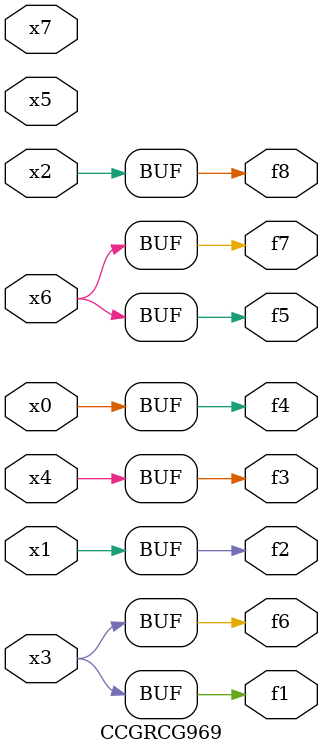
<source format=v>
module CCGRCG969(
	input x0, x1, x2, x3, x4, x5, x6, x7,
	output f1, f2, f3, f4, f5, f6, f7, f8
);
	assign f1 = x3;
	assign f2 = x1;
	assign f3 = x4;
	assign f4 = x0;
	assign f5 = x6;
	assign f6 = x3;
	assign f7 = x6;
	assign f8 = x2;
endmodule

</source>
